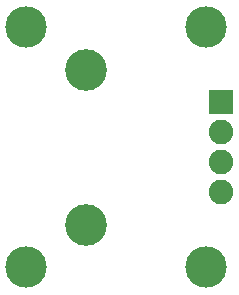
<source format=gbr>
G04 EAGLE Gerber RS-274X export*
G75*
%MOMM*%
%FSLAX34Y34*%
%LPD*%
%INSoldermask Bottom*%
%IPPOS*%
%AMOC8*
5,1,8,0,0,1.08239X$1,22.5*%
G01*
%ADD10C,3.530600*%
%ADD11R,2.082800X2.082800*%
%ADD12C,2.082800*%
%ADD13C,3.505200*%


D10*
X76200Y61341D03*
X76200Y192659D03*
D11*
X190500Y165100D03*
D12*
X190500Y139700D03*
X190500Y114300D03*
X190500Y88900D03*
D13*
X25400Y228600D03*
X25400Y25400D03*
X177800Y228600D03*
X177800Y25400D03*
M02*

</source>
